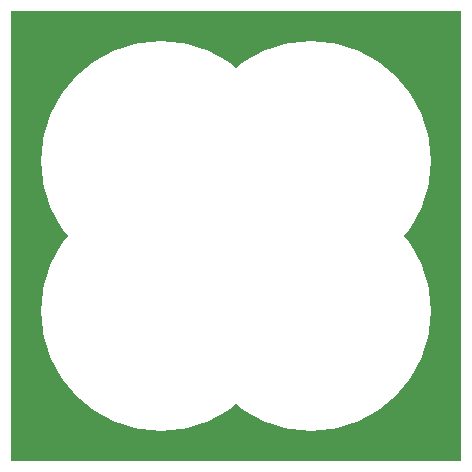
<source format=gbr>
%FSLAX34Y34*%%MOIN*%%ADD10R,1X1*%%ADD11C,0.8*%%SRX2Y2I0.5J0.5*%D10*X0Y0D03*%LPC*%D11*X0Y0D03*M02*
</source>
